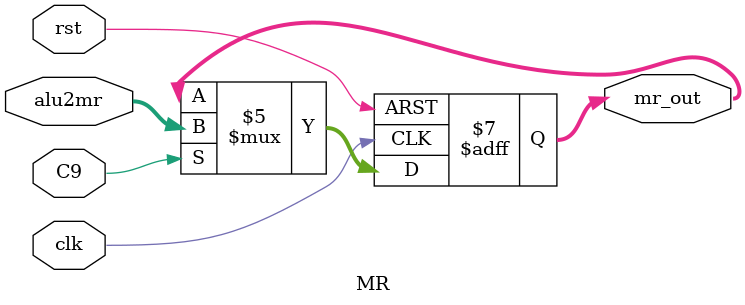
<source format=v>
`timescale 1ns / 1ps

module MR(
    input clk,
    input rst,
    input C9,               // ALU to ACC
    input [15:0] alu2mr,    // data from ALU
    output reg [15:0] mr_out = 0
);

    always @(negedge clk or negedge rst)
    begin
        if (~rst)
            mr_out = 0;
        else if (C9)
            mr_out = alu2mr; 
    end

endmodule // MR
</source>
